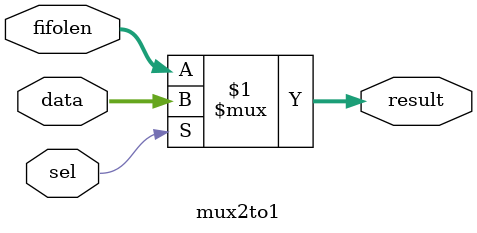
<source format=sv>
module mux2to1(
	input logic [23:0] data,
	input logic [23:0] fifolen,
	input logic sel,
	output logic [23:0] result);

	assign result = sel ? data : fifolen;
endmodule

</source>
